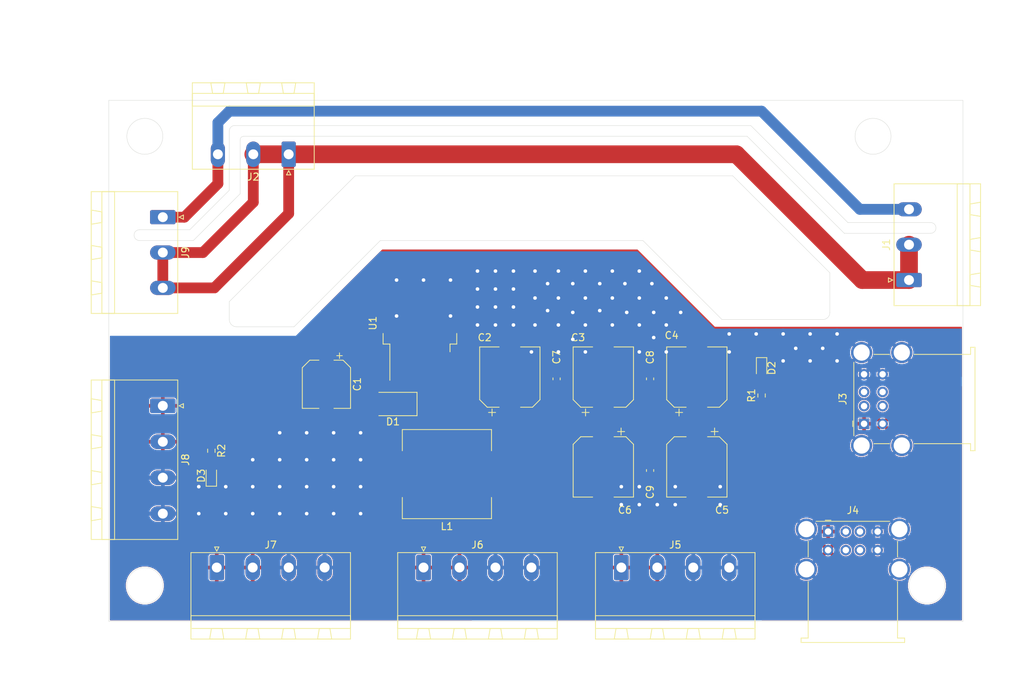
<source format=kicad_pcb>
(kicad_pcb (version 20171130) (host pcbnew 5.1.8-db9833491~88~ubuntu20.04.1)
  (layers (0 F.Cu signal) (31 B.Cu signal) (34 B.Paste user) (35 F.Paste user) (36 B.SilkS user) (37 F.SilkS user) (38 B.Mask user) (39 F.Mask user) (44 Edge.Cuts user))
  (net 0 "")
  (net 1 /5V)
  (net 2 "Net-(D1-Pad1)")
  (net 3 "Net-(D2-Pad2)")
  (net 4 /GND)
  (net 5 /LINE)
  (net 6 /GNDPWR)
  (net 7 "Net-(J3-Pad2)")
  (net 8 "Net-(J3-Pad3)")
  (net 9 "Net-(J3-Pad6)")
  (net 10 "Net-(J3-Pad7)")
  (net 11 "Net-(J4-Pad2)")
  (net 12 "Net-(J4-Pad3)")
  (net 13 "Net-(J4-Pad6)")
  (net 14 "Net-(J4-Pad7)")
  (net 15 /12V)
  (net 16 "Net-(D3-Pad2)")
  (module Connector_Phoenix_MSTB:PhoenixContact_MSTBA_2,5_3-G_1x03_P5.00mm_Horizontal (layer F.Cu) (at 54.61 69.85 270)
    (fp_text reference J9 (at 5 -3.2 90) (layer F.SilkS))
    (fp_text value 120VAC_OUT)
    (pad 3 thru_hole oval (at 10 0 270) (size 2 3.6) (drill 1.4) (layers *.Cu *.Mask) (net 4 /GND))
    (pad 2 thru_hole oval (at 5 0 270) (size 2 3.6) (drill 1.4) (layers *.Cu *.Mask) (net 4 /GND))
    (pad 1 thru_hole roundrect (at 0 0 270) (size 2 3.6) (drill 1.4) (layers *.Cu *.Mask) (roundrect_rratio 0.125) (net 5 /LINE))
  )
  (module Resistor_SMD:R_0603_1608Metric (layer F.Cu) (at 61.468 102.87 270)
    (fp_text reference R2 (at 0 -1.43 90) (layer F.SilkS))
    (fp_text value 4K7)
    (pad 2 smd roundrect (at 0.825 0 270) (size 0.8 0.95) (layers F.Cu F.Paste F.Mask) (net 16 "Net-(D3-Pad2)"))
    (pad 1 smd roundrect (at -0.825 0 270) (size 0.8 0.95) (layers F.Cu F.Paste F.Mask) (net 15 /12V))
  )
  (module LED_SMD:LED_0603_1608Metric (layer F.Cu) (at 61.468 106.4005 90)
    (fp_text reference D3 (at 0 -1.43 90) (layer F.SilkS))
    (fp_text value GRN)
    (pad 2 smd roundrect (at 0.7875 0 90) (size 0.875 0.95) (layers F.Cu F.Paste F.Mask) (net 16 "Net-(D3-Pad2)"))
    (pad 1 smd roundrect (at -0.7875 0 90) (size 0.875 0.95) (layers F.Cu F.Paste F.Mask) (net 6 /GNDPWR))
  )
  (module Package_TO_SOT_SMD:TO-263-5_TabPin3 (layer F.Cu) (at 90.932 84.836 90)
    (fp_text reference U1 (at 0 -6.65 90) (layer F.SilkS))
    (fp_text value LM2576S-5)
    (pad 3 smd rect (at 3.375 0 90) (size 9.4 10.8) (layers F.Cu F.Mask) (net 6 /GNDPWR))
    (pad 5 smd rect (at -5.775 3.4 90) (size 4.6 1.1) (layers F.Cu F.Paste F.Mask) (net 6 /GNDPWR))
    (pad 4 smd rect (at -5.775 1.7 90) (size 4.6 1.1) (layers F.Cu F.Paste F.Mask) (net 1 /5V))
    (pad 3 smd rect (at -5.775 0 90) (size 4.6 1.1) (layers F.Cu F.Paste F.Mask) (net 6 /GNDPWR))
    (pad 2 smd rect (at -5.775 -1.7 90) (size 4.6 1.1) (layers F.Cu F.Paste F.Mask) (net 2 "Net-(D1-Pad1)"))
    (pad 1 smd rect (at -5.775 -3.4 90) (size 4.6 1.1) (layers F.Cu F.Paste F.Mask) (net 15 /12V))
  )
  (module Resistor_SMD:R_0603_1608Metric (layer F.Cu) (at 139.192 95.059 90)
    (fp_text reference R1 (at 0 -1.43 90) (layer F.SilkS))
    (fp_text value 1K)
    (pad 2 smd roundrect (at 0.825 0 90) (size 0.8 0.95) (layers F.Cu F.Paste F.Mask) (net 3 "Net-(D2-Pad2)"))
    (pad 1 smd roundrect (at -0.825 0 90) (size 0.8 0.95) (layers F.Cu F.Paste F.Mask) (net 1 /5V))
  )
  (module Inductor_SMD:L_12x12mm_H8mm (layer F.Cu) (at 94.742 106.172 180)
    (fp_text reference L1 (at 0 -7.4) (layer F.SilkS))
    (fp_text value 100U)
    (pad 2 smd rect (at 4.95 0 180) (size 2.9 5.4) (layers F.Cu F.Paste F.Mask) (net 2 "Net-(D1-Pad1)"))
    (pad 1 smd rect (at -4.95 0 180) (size 2.9 5.4) (layers F.Cu F.Paste F.Mask) (net 1 /5V))
  )
  (module Connector_Phoenix_MSTB:PhoenixContact_MSTBA_2,5_4-G-5,08_1x04_P5.08mm_Horizontal (layer F.Cu) (at 54.61 96.52 270)
    (fp_text reference J8 (at 7.62 -3.2 90) (layer F.SilkS))
    (fp_text value "12V DC PWR INTPUT")
    (pad 4 thru_hole oval (at 15.24 0 270) (size 2.08 3.6) (drill 1.4) (layers *.Cu *.Mask) (net 6 /GNDPWR))
    (pad 3 thru_hole oval (at 10.16 0 270) (size 2.08 3.6) (drill 1.4) (layers *.Cu *.Mask) (net 6 /GNDPWR))
    (pad 2 thru_hole oval (at 5.08 0 270) (size 2.08 3.6) (drill 1.4) (layers *.Cu *.Mask) (net 15 /12V))
    (pad 1 thru_hole roundrect (at 0 0 270) (size 2.08 3.6) (drill 1.4) (layers *.Cu *.Mask) (roundrect_rratio 0.1201918269230769) (net 15 /12V))
  )
  (module Connector_Phoenix_MSTB:PhoenixContact_MSTBA_2,5_4-G-5,08_1x04_P5.08mm_Horizontal (layer F.Cu) (at 62.23 119.38)
    (fp_text reference J7 (at 7.62 -3.2) (layer F.SilkS))
    (fp_text value 12VAUX_OUTPUT)
    (pad 4 thru_hole oval (at 15.24 0) (size 2.08 3.6) (drill 1.4) (layers *.Cu *.Mask) (net 6 /GNDPWR))
    (pad 3 thru_hole oval (at 10.16 0) (size 2.08 3.6) (drill 1.4) (layers *.Cu *.Mask) (net 6 /GNDPWR))
    (pad 2 thru_hole oval (at 5.08 0) (size 2.08 3.6) (drill 1.4) (layers *.Cu *.Mask) (net 15 /12V))
    (pad 1 thru_hole roundrect (at 0 0) (size 2.08 3.6) (drill 1.4) (layers *.Cu *.Mask) (roundrect_rratio 0.1201918269230769) (net 15 /12V))
  )
  (module Connector_Phoenix_MSTB:PhoenixContact_MSTBA_2,5_4-G-5,08_1x04_P5.08mm_Horizontal (layer F.Cu) (at 91.44 119.38)
    (fp_text reference J6 (at 7.62 -3.2) (layer F.SilkS))
    (fp_text value 12VOUTPUT)
    (pad 4 thru_hole oval (at 15.24 0) (size 2.08 3.6) (drill 1.4) (layers *.Cu *.Mask) (net 6 /GNDPWR))
    (pad 3 thru_hole oval (at 10.16 0) (size 2.08 3.6) (drill 1.4) (layers *.Cu *.Mask) (net 6 /GNDPWR))
    (pad 2 thru_hole oval (at 5.08 0) (size 2.08 3.6) (drill 1.4) (layers *.Cu *.Mask) (net 15 /12V))
    (pad 1 thru_hole roundrect (at 0 0) (size 2.08 3.6) (drill 1.4) (layers *.Cu *.Mask) (roundrect_rratio 0.1201918269230769) (net 15 /12V))
  )
  (module Connector_Phoenix_MSTB:PhoenixContact_MSTBA_2,5_4-G-5,08_1x04_P5.08mm_Horizontal (layer F.Cu) (at 119.38 119.38)
    (fp_text reference J5 (at 7.62 -3.2) (layer F.SilkS))
    (fp_text value 5VAUX_OUT)
    (pad 4 thru_hole oval (at 15.24 0) (size 2.08 3.6) (drill 1.4) (layers *.Cu *.Mask) (net 6 /GNDPWR))
    (pad 3 thru_hole oval (at 10.16 0) (size 2.08 3.6) (drill 1.4) (layers *.Cu *.Mask) (net 6 /GNDPWR))
    (pad 2 thru_hole oval (at 5.08 0) (size 2.08 3.6) (drill 1.4) (layers *.Cu *.Mask) (net 1 /5V))
    (pad 1 thru_hole roundrect (at 0 0) (size 2.08 3.6) (drill 1.4) (layers *.Cu *.Mask) (roundrect_rratio 0.1201918269230769) (net 1 /5V))
  )
  (module Connector_USB:USB_A_Wuerth_61400826021_Horizontal_Stacked (layer F.Cu) (at 148.59 114.3)
    (fp_text reference J4 (at 3.5 -3) (layer F.SilkS))
    (fp_text value USB_A)
    (pad 9 thru_hole circle (at 10.07 -0.35) (size 3 3) (drill 2.3) (layers *.Cu *.Mask) (net 6 /GNDPWR))
    (pad 9 thru_hole circle (at -3.07 -0.35) (size 3 3) (drill 2.3) (layers *.Cu *.Mask) (net 6 /GNDPWR))
    (pad 1 thru_hole rect (at 0 0) (size 1.5 1.5) (drill 0.92) (layers *.Cu *.Mask) (net 1 /5V))
    (pad 2 thru_hole circle (at 2.5 0) (size 1.5 1.5) (drill 0.92) (layers *.Cu *.Mask) (net 11 "Net-(J4-Pad2)"))
    (pad 3 thru_hole circle (at 4.5 0) (size 1.5 1.5) (drill 0.92) (layers *.Cu *.Mask) (net 12 "Net-(J4-Pad3)"))
    (pad 4 thru_hole circle (at 7 0) (size 1.5 1.5) (drill 0.92) (layers *.Cu *.Mask) (net 6 /GNDPWR))
    (pad 9 thru_hole circle (at -3.07 5.33) (size 3 3) (drill 2.3) (layers *.Cu *.Mask) (net 6 /GNDPWR))
    (pad 9 thru_hole circle (at 10.07 5.33) (size 3 3) (drill 2.3) (layers *.Cu *.Mask) (net 6 /GNDPWR))
    (pad 5 thru_hole circle (at 0 2.62) (size 1.5 1.5) (drill 0.92) (layers *.Cu *.Mask) (net 1 /5V))
    (pad 6 thru_hole circle (at 2.5 2.62) (size 1.5 1.5) (drill 0.92) (layers *.Cu *.Mask) (net 13 "Net-(J4-Pad6)"))
    (pad 7 thru_hole circle (at 4.5 2.62) (size 1.5 1.5) (drill 0.92) (layers *.Cu *.Mask) (net 14 "Net-(J4-Pad7)"))
    (pad 8 thru_hole circle (at 7 2.62) (size 1.5 1.5) (drill 0.92) (layers *.Cu *.Mask) (net 6 /GNDPWR))
  )
  (module Connector_USB:USB_A_Wuerth_61400826021_Horizontal_Stacked (layer F.Cu) (at 153.67 99.06 90)
    (fp_text reference J3 (at 3.5 -3 90) (layer F.SilkS))
    (fp_text value USB_A)
    (pad 9 thru_hole circle (at 10.07 -0.35 90) (size 3 3) (drill 2.3) (layers *.Cu *.Mask) (net 6 /GNDPWR))
    (pad 9 thru_hole circle (at -3.07 -0.35 90) (size 3 3) (drill 2.3) (layers *.Cu *.Mask) (net 6 /GNDPWR))
    (pad 1 thru_hole rect (at 0 0 90) (size 1.5 1.5) (drill 0.92) (layers *.Cu *.Mask) (net 1 /5V))
    (pad 2 thru_hole circle (at 2.5 0 90) (size 1.5 1.5) (drill 0.92) (layers *.Cu *.Mask) (net 7 "Net-(J3-Pad2)"))
    (pad 3 thru_hole circle (at 4.5 0 90) (size 1.5 1.5) (drill 0.92) (layers *.Cu *.Mask) (net 8 "Net-(J3-Pad3)"))
    (pad 4 thru_hole circle (at 7 0 90) (size 1.5 1.5) (drill 0.92) (layers *.Cu *.Mask) (net 6 /GNDPWR))
    (pad 9 thru_hole circle (at -3.07 5.33 90) (size 3 3) (drill 2.3) (layers *.Cu *.Mask) (net 6 /GNDPWR))
    (pad 9 thru_hole circle (at 10.07 5.33 90) (size 3 3) (drill 2.3) (layers *.Cu *.Mask) (net 6 /GNDPWR))
    (pad 5 thru_hole circle (at 0 2.62 90) (size 1.5 1.5) (drill 0.92) (layers *.Cu *.Mask) (net 1 /5V))
    (pad 6 thru_hole circle (at 2.5 2.62 90) (size 1.5 1.5) (drill 0.92) (layers *.Cu *.Mask) (net 9 "Net-(J3-Pad6)"))
    (pad 7 thru_hole circle (at 4.5 2.62 90) (size 1.5 1.5) (drill 0.92) (layers *.Cu *.Mask) (net 10 "Net-(J3-Pad7)"))
    (pad 8 thru_hole circle (at 7 2.62 90) (size 1.5 1.5) (drill 0.92) (layers *.Cu *.Mask) (net 6 /GNDPWR))
  )
  (module Connector_Phoenix_MSTB:PhoenixContact_MSTBA_2,5_3-G_1x03_P5.00mm_Horizontal (layer F.Cu) (at 72.39 60.96 180)
    (fp_text reference J2 (at 5 -3.2) (layer F.SilkS))
    (fp_text value "120VAC INPUT")
    (pad 3 thru_hole oval (at 10 0 180) (size 2 3.6) (drill 1.4) (layers *.Cu *.Mask) (net 5 /LINE))
    (pad 2 thru_hole oval (at 5 0 180) (size 2 3.6) (drill 1.4) (layers *.Cu *.Mask) (net 4 /GND))
    (pad 1 thru_hole roundrect (at 0 0 180) (size 2 3.6) (drill 1.4) (layers *.Cu *.Mask) (roundrect_rratio 0.125) (net 4 /GND))
  )
  (module Connector_Phoenix_MSTB:PhoenixContact_MSTBA_2,5_3-G_1x03_P5.00mm_Horizontal (layer F.Cu) (at 160.02 78.74 90)
    (fp_text reference J1 (at 5 -3.2 90) (layer F.SilkS))
    (fp_text value "120VAC INPUT")
    (pad 3 thru_hole oval (at 10 0 90) (size 2 3.6) (drill 1.4) (layers *.Cu *.Mask) (net 5 /LINE))
    (pad 2 thru_hole oval (at 5 0 90) (size 2 3.6) (drill 1.4) (layers *.Cu *.Mask) (net 4 /GND))
    (pad 1 thru_hole roundrect (at 0 0 90) (size 2 3.6) (drill 1.4) (layers *.Cu *.Mask) (roundrect_rratio 0.125) (net 4 /GND))
  )
  (module LED_SMD:LED_0603_1608Metric (layer F.Cu) (at 139.192 91.186 270)
    (fp_text reference D2 (at 0 -1.43 90) (layer F.SilkS))
    (fp_text value BLU)
    (pad 2 smd roundrect (at 0.7875 0 270) (size 0.875 0.95) (layers F.Cu F.Paste F.Mask) (net 3 "Net-(D2-Pad2)"))
    (pad 1 smd roundrect (at -0.7875 0 270) (size 0.875 0.95) (layers F.Cu F.Paste F.Mask) (net 6 /GNDPWR))
  )
  (module Diode_SMD:D_SMA (layer F.Cu) (at 87.122 96.266 180)
    (fp_text reference D1 (at 0 -2.5) (layer F.SilkS))
    (fp_text value 1N5822)
    (pad 2 smd rect (at 2 0 180) (size 2.5 1.8) (layers F.Cu F.Paste F.Mask) (net 6 /GNDPWR))
    (pad 1 smd rect (at -2 0 180) (size 2.5 1.8) (layers F.Cu F.Paste F.Mask) (net 2 "Net-(D1-Pad1)"))
  )
  (module Capacitor_SMD:C_0603_1608Metric (layer F.Cu) (at 123.444 105.664 270)
    (fp_text reference C9 (at 3.048 0 90) (layer F.SilkS))
    (fp_text value C)
    (pad 2 smd roundrect (at 0.775 0 270) (size 0.9 0.95) (layers F.Cu F.Paste F.Mask) (net 6 /GNDPWR))
    (pad 1 smd roundrect (at -0.775 0 270) (size 0.9 0.95) (layers F.Cu F.Paste F.Mask) (net 1 /5V))
  )
  (module Capacitor_SMD:C_0603_1608Metric (layer F.Cu) (at 123.444 92.71 90)
    (fp_text reference C8 (at 3.048 0 90) (layer F.SilkS))
    (fp_text value C)
    (pad 2 smd roundrect (at 0.775 0 90) (size 0.9 0.95) (layers F.Cu F.Paste F.Mask) (net 6 /GNDPWR))
    (pad 1 smd roundrect (at -0.775 0 90) (size 0.9 0.95) (layers F.Cu F.Paste F.Mask) (net 1 /5V))
  )
  (module Capacitor_SMD:C_0603_1608Metric (layer F.Cu) (at 110.236 92.71 90)
    (fp_text reference C7 (at 3.048 0 90) (layer F.SilkS))
    (fp_text value C)
    (pad 2 smd roundrect (at 0.775 0 90) (size 0.9 0.95) (layers F.Cu F.Paste F.Mask) (net 6 /GNDPWR))
    (pad 1 smd roundrect (at -0.775 0 90) (size 0.9 0.95) (layers F.Cu F.Paste F.Mask) (net 1 /5V))
  )
  (module Capacitor_SMD:CP_Elec_8x10 (layer F.Cu) (at 116.84 105.156 270)
    (fp_text reference C6 (at 6.096 -3.048 180) (layer F.SilkS))
    (fp_text value 220u)
    (pad 2 smd roundrect (at 3.25 0 270) (size 3.5 2.5) (layers F.Cu F.Paste F.Mask) (roundrect_rratio 0.1) (net 6 /GNDPWR))
    (pad 1 smd roundrect (at -3.25 0 270) (size 3.5 2.5) (layers F.Cu F.Paste F.Mask) (roundrect_rratio 0.1) (net 1 /5V))
  )
  (module Capacitor_SMD:CP_Elec_8x10 (layer F.Cu) (at 130.048 105.156 270)
    (fp_text reference C5 (at 6.096 -3.556 180) (layer F.SilkS))
    (fp_text value 220u)
    (pad 2 smd roundrect (at 3.25 0 270) (size 3.5 2.5) (layers F.Cu F.Paste F.Mask) (roundrect_rratio 0.1) (net 6 /GNDPWR))
    (pad 1 smd roundrect (at -3.25 0 270) (size 3.5 2.5) (layers F.Cu F.Paste F.Mask) (roundrect_rratio 0.1) (net 1 /5V))
  )
  (module Capacitor_SMD:CP_Elec_8x10 (layer F.Cu) (at 130.048 92.456 90)
    (fp_text reference C4 (at 5.894 -3.556 180) (layer F.SilkS))
    (fp_text value 220u)
    (pad 2 smd roundrect (at 3.25 0 90) (size 3.5 2.5) (layers F.Cu F.Paste F.Mask) (roundrect_rratio 0.1) (net 6 /GNDPWR))
    (pad 1 smd roundrect (at -3.25 0 90) (size 3.5 2.5) (layers F.Cu F.Paste F.Mask) (roundrect_rratio 0.1) (net 1 /5V))
  )
  (module Capacitor_SMD:CP_Elec_8x10 (layer F.Cu) (at 116.84 92.456 90)
    (fp_text reference C3 (at 5.588 -3.556 180) (layer F.SilkS))
    (fp_text value 220u)
    (pad 2 smd roundrect (at 3.25 0 90) (size 3.5 2.5) (layers F.Cu F.Paste F.Mask) (roundrect_rratio 0.1) (net 6 /GNDPWR))
    (pad 1 smd roundrect (at -3.25 0 90) (size 3.5 2.5) (layers F.Cu F.Paste F.Mask) (roundrect_rratio 0.1) (net 1 /5V))
  )
  (module Capacitor_SMD:CP_Elec_8x10 (layer F.Cu) (at 103.632 92.456 90)
    (fp_text reference C2 (at 5.588 -3.556 180) (layer F.SilkS))
    (fp_text value 220u)
    (pad 2 smd roundrect (at 3.25 0 90) (size 3.5 2.5) (layers F.Cu F.Paste F.Mask) (roundrect_rratio 0.1) (net 6 /GNDPWR))
    (pad 1 smd roundrect (at -3.25 0 90) (size 3.5 2.5) (layers F.Cu F.Paste F.Mask) (roundrect_rratio 0.1) (net 1 /5V))
  )
  (module Capacitor_SMD:CP_Elec_6.3x5.3 (layer F.Cu) (at 77.724 93.472 270)
    (fp_text reference C1 (at 0 -4.35 90) (layer F.SilkS))
    (fp_text value 100U)
    (pad 2 smd roundrect (at 2.8 0 270) (size 3.5 1.6) (layers F.Cu F.Paste F.Mask) (roundrect_rratio 0.15625) (net 6 /GNDPWR))
    (pad 1 smd roundrect (at -2.8 0 270) (size 3.5 1.6) (layers F.Cu F.Paste F.Mask) (roundrect_rratio 0.15625) (net 15 /12V))
  )
  (gr_arc (start 66.04 58.928) (end 66.04 58.42) (angle -90) (layer Edge.Cuts) (width 0.05))
  (gr_arc (start 64.77 57.658) (end 64.77 56.896) (angle -90) (layer Edge.Cuts) (width 0.05))
  (gr_line (start 151.384 70.612) (end 163.068 70.612) (layer Edge.Cuts) (width 0.05))
  (gr_line (start 137.668 56.896) (end 151.384 70.612) (layer Edge.Cuts) (width 0.05))
  (gr_line (start 64.77 56.896) (end 137.668 56.896) (layer Edge.Cuts) (width 0.05))
  (gr_line (start 150.876 72.136) (end 163.068 72.136) (layer Edge.Cuts) (width 0.05))
  (gr_line (start 137.16 58.42) (end 150.876 72.136) (layer Edge.Cuts) (width 0.05))
  (gr_line (start 66.04 58.42) (end 137.16 58.42) (layer Edge.Cuts) (width 0.05))
  (gr_arc (start 147.828 83.312) (end 147.828 84.328) (angle -90) (layer Edge.Cuts) (width 0.05))
  (gr_arc (start 65.024 84.328) (end 64.008 84.328) (angle -90) (layer Edge.Cuts) (width 0.05))
  (gr_line (start 64.008 81.788) (end 64.008 84.328) (layer Edge.Cuts) (width 0.05))
  (gr_line (start 81.788 64.008) (end 64.008 81.788) (layer Edge.Cuts) (width 0.05))
  (gr_line (start 135.128 64.008) (end 81.788 64.008) (layer Edge.Cuts) (width 0.05))
  (gr_line (start 148.844 77.724) (end 135.128 64.008) (layer Edge.Cuts) (width 0.05))
  (gr_line (start 148.844 83.312) (end 148.844 77.724) (layer Edge.Cuts) (width 0.05))
  (gr_line (start 133.604 84.328) (end 147.828 84.328) (layer Edge.Cuts) (width 0.05))
  (gr_line (start 122.428 73.152) (end 133.604 84.328) (layer Edge.Cuts) (width 0.05))
  (gr_line (start 85.344 73.152) (end 122.428 73.152) (layer Edge.Cuts) (width 0.05))
  (gr_line (start 73.152 85.344) (end 85.344 73.152) (layer Edge.Cuts) (width 0.05))
  (gr_line (start 65.024 85.344) (end 73.152 85.344) (layer Edge.Cuts) (width 0.05))
  (gr_arc (start 163.068 71.374) (end 163.068 72.136) (angle -180) (layer Edge.Cuts) (width 0.05))
  (gr_line (start 65.532 66.548) (end 65.532 58.928) (layer Edge.Cuts) (width 0.05))
  (gr_line (start 58.928 73.152) (end 65.532 66.548) (layer Edge.Cuts) (width 0.05))
  (gr_line (start 51.308 73.152) (end 58.928 73.152) (layer Edge.Cuts) (width 0.05))
  (gr_line (start 64.008 66.04) (end 64.008 57.658) (layer Edge.Cuts) (width 0.05))
  (gr_line (start 58.42 71.628) (end 64.008 66.04) (layer Edge.Cuts) (width 0.05))
  (gr_line (start 51.308 71.628) (end 58.42 71.628) (layer Edge.Cuts) (width 0.05))
  (gr_arc (start 51.308 72.39) (end 51.308 71.628) (angle -180) (layer Edge.Cuts) (width 0.05))
  (gr_circle (center 162.56 121.92) (end 165.1 121.92) (layer Edge.Cuts) (width 0.05))
  (gr_circle (center 52.07 121.92) (end 54.61 121.92) (layer Edge.Cuts) (width 0.05))
  (gr_circle (center 52.07 58.42) (end 54.61 58.42) (layer Edge.Cuts) (width 0.05))
  (gr_circle (center 154.94 58.42) (end 152.4 58.42) (layer Edge.Cuts) (width 0.05))
  (gr_line (start 167.64 53.34) (end 46.99 53.34) (layer Edge.Cuts) (width 0.05))
  (gr_line (start 167.64 127) (end 167.64 53.34) (layer Edge.Cuts) (width 0.05))
  (gr_line (start 46.99 127) (end 167.64 127) (layer Edge.Cuts) (width 0.05))
  (gr_line (start 46.99 53.34) (end 46.99 127) (layer Edge.Cuts) (width 0.05))
  (segment (start 92.632 90.611) (end 92.632 95.68) (width 1.016) (layer F.Cu) (net 1))
  (segment (start 89.232 96.156) (end 89.122 96.266) (width 1.016) (layer F.Cu) (net 2))
  (segment (start 89.232 90.611) (end 89.232 96.156) (width 1.016) (layer F.Cu) (net 2))
  (segment (start 139.192 91.9735) (end 139.192 94.234) (width 0.508) (layer F.Cu) (net 3))
  (segment (start 54.61 74.85) (end 60.278 74.85) (width 1.524) (layer F.Cu) (net 4))
  (segment (start 67.39 67.738) (end 67.39 60.96) (width 1.524) (layer F.Cu) (net 4))
  (segment (start 60.278 74.85) (end 67.39 67.738) (width 1.524) (layer F.Cu) (net 4))
  (segment (start 54.61 79.85) (end 61.882 79.85) (width 1.524) (layer F.Cu) (net 4))
  (segment (start 72.39 69.342) (end 72.39 60.96) (width 1.524) (layer F.Cu) (net 4))
  (segment (start 61.882 79.85) (end 72.39 69.342) (width 1.524) (layer F.Cu) (net 4))
  (segment (start 67.39 60.96) (end 72.39 60.96) (width 2.5) (layer F.Cu) (net 4))
  (segment (start 54.61 79.85) (end 54.61 74.85) (width 1.524) (layer F.Cu) (net 4))
  (segment (start 160.02 78.74) (end 160.02 73.74) (width 2.5) (layer F.Cu) (net 4))
  (segment (start 153.416 78.74) (end 160.02 78.74) (width 2.5) (layer F.Cu) (net 4))
  (segment (start 135.636 60.96) (end 153.416 78.74) (width 2.5) (layer F.Cu) (net 4))
  (segment (start 72.39 60.96) (end 135.636 60.96) (width 2.5) (layer F.Cu) (net 4))
  (segment (start 54.61 69.85) (end 57.658 69.85) (width 1.524) (layer F.Cu) (net 5))
  (segment (start 62.39 65.118) (end 62.39 60.96) (width 1.524) (layer F.Cu) (net 5))
  (segment (start 57.658 69.85) (end 62.39 65.118) (width 1.524) (layer F.Cu) (net 5))
  (segment (start 139.192 54.864) (end 153.068 68.74) (width 1.524) (layer B.Cu) (net 5))
  (segment (start 153.068 68.74) (end 160.02 68.74) (width 1.524) (layer B.Cu) (net 5))
  (segment (start 64.008 54.864) (end 139.192 54.864) (width 1.524) (layer B.Cu) (net 5))
  (segment (start 62.39 56.482) (end 64.008 54.864) (width 1.524) (layer B.Cu) (net 5))
  (segment (start 62.39 60.96) (end 62.39 56.482) (width 1.524) (layer B.Cu) (net 5))
  (via (at 87.63 83.82) (size 1.524) (drill 0.508) (layers F.Cu B.Cu) (net 6))
  (via (at 95.25 83.82) (size 1.524) (drill 0.508) (layers F.Cu B.Cu) (net 6))
  (via (at 95.25 78.74) (size 1.524) (drill 0.508) (layers F.Cu B.Cu) (net 6))
  (via (at 91.44 78.74) (size 1.524) (drill 0.508) (layers F.Cu B.Cu) (net 6))
  (via (at 87.63 78.74) (size 1.524) (drill 0.508) (layers F.Cu B.Cu) (net 6))
  (segment (start 94.332 84.861) (end 90.932 81.461) (width 1.016) (layer F.Cu) (net 6))
  (segment (start 94.332 90.611) (end 94.332 84.861) (width 1.016) (layer F.Cu) (net 6))
  (segment (start 90.932 90.611) (end 90.932 81.461) (width 1.016) (layer F.Cu) (net 6))
  (via (at 99.06 77.47) (size 1.524) (drill 0.508) (layers F.Cu B.Cu) (net 6))
  (via (at 99.06 80.01) (size 1.524) (drill 0.508) (layers F.Cu B.Cu) (net 6))
  (via (at 99.06 82.55) (size 1.524) (drill 0.508) (layers F.Cu B.Cu) (net 6))
  (via (at 99.06 85.09) (size 1.524) (drill 0.508) (layers F.Cu B.Cu) (net 6))
  (via (at 101.6 85.09) (size 1.524) (drill 0.508) (layers F.Cu B.Cu) (net 6))
  (via (at 101.6 82.55) (size 1.524) (drill 0.508) (layers F.Cu B.Cu) (net 6))
  (via (at 101.6 80.01) (size 1.524) (drill 0.508) (layers F.Cu B.Cu) (net 6))
  (via (at 101.6 77.47) (size 1.524) (drill 0.508) (layers F.Cu B.Cu) (net 6))
  (via (at 104.14 77.47) (size 1.524) (drill 0.508) (layers F.Cu B.Cu) (net 6))
  (via (at 104.14 80.01) (size 1.524) (drill 0.508) (layers F.Cu B.Cu) (net 6))
  (via (at 104.14 82.55) (size 1.524) (drill 0.508) (layers F.Cu B.Cu) (net 6))
  (via (at 104.14 85.09) (size 1.524) (drill 0.508) (layers F.Cu B.Cu) (net 6))
  (via (at 110.49 77.47) (size 1.524) (drill 0.508) (layers F.Cu B.Cu) (net 6))
  (via (at 114.3 77.47) (size 1.524) (drill 0.508) (layers F.Cu B.Cu) (net 6))
  (via (at 118.11 77.47) (size 1.524) (drill 0.508) (layers F.Cu B.Cu) (net 6))
  (via (at 118.11 81.28) (size 1.524) (drill 0.508) (layers F.Cu B.Cu) (net 6))
  (via (at 114.3 81.28) (size 1.524) (drill 0.508) (layers F.Cu B.Cu) (net 6))
  (via (at 110.49 81.28) (size 1.524) (drill 0.508) (layers F.Cu B.Cu) (net 6))
  (via (at 110.49 85.09) (size 1.524) (drill 0.508) (layers F.Cu B.Cu) (net 6))
  (via (at 114.3 85.09) (size 1.524) (drill 0.508) (layers F.Cu B.Cu) (net 6))
  (via (at 118.11 85.09) (size 1.524) (drill 0.508) (layers F.Cu B.Cu) (net 6))
  (via (at 110.49 88.9) (size 1.524) (drill 0.508) (layers F.Cu B.Cu) (net 6))
  (via (at 114.3 88.9) (size 1.524) (drill 0.508) (layers F.Cu B.Cu) (net 6))
  (via (at 106.68 88.9) (size 1.524) (drill 0.508) (layers F.Cu B.Cu) (net 6))
  (via (at 121.92 85.09) (size 1.524) (drill 0.508) (layers F.Cu B.Cu) (net 6))
  (via (at 121.92 81.28) (size 1.524) (drill 0.508) (layers F.Cu B.Cu) (net 6))
  (via (at 125.73 81.28) (size 1.524) (drill 0.508) (layers F.Cu B.Cu) (net 6))
  (via (at 125.73 85.09) (size 1.524) (drill 0.508) (layers F.Cu B.Cu) (net 6))
  (via (at 125.73 88.9) (size 1.524) (drill 0.508) (layers F.Cu B.Cu) (net 6))
  (via (at 121.92 88.9) (size 1.524) (drill 0.508) (layers F.Cu B.Cu) (net 6))
  (via (at 134.62 88.9) (size 1.524) (drill 0.508) (layers F.Cu B.Cu) (net 6))
  (via (at 134.62 86.36) (size 1.524) (drill 0.508) (layers F.Cu B.Cu) (net 6))
  (via (at 138.43 86.36) (size 1.524) (drill 0.508) (layers F.Cu B.Cu) (net 6))
  (via (at 142.24 86.36) (size 1.524) (drill 0.508) (layers F.Cu B.Cu) (net 6))
  (via (at 146.05 86.36) (size 1.524) (drill 0.508) (layers F.Cu B.Cu) (net 6))
  (via (at 149.86 86.36) (size 1.524) (drill 0.508) (layers F.Cu B.Cu) (net 6))
  (via (at 149.86 90.17) (size 1.524) (drill 0.508) (layers F.Cu B.Cu) (net 6))
  (via (at 146.05 90.17) (size 1.524) (drill 0.508) (layers F.Cu B.Cu) (net 6))
  (via (at 142.24 90.17) (size 1.524) (drill 0.508) (layers F.Cu B.Cu) (net 6))
  (via (at 127 107.95) (size 1.524) (drill 0.508) (layers F.Cu B.Cu) (net 6))
  (via (at 127 110.49) (size 1.524) (drill 0.508) (layers F.Cu B.Cu) (net 6))
  (via (at 124.46 110.49) (size 1.524) (drill 0.508) (layers F.Cu B.Cu) (net 6))
  (via (at 121.92 110.49) (size 1.524) (drill 0.508) (layers F.Cu B.Cu) (net 6))
  (via (at 119.38 110.49) (size 1.524) (drill 0.508) (layers F.Cu B.Cu) (net 6))
  (via (at 119.38 107.95) (size 1.524) (drill 0.508) (layers F.Cu B.Cu) (net 6))
  (via (at 121.92 107.95) (size 1.524) (drill 0.508) (layers F.Cu B.Cu) (net 6))
  (via (at 133.35 110.49) (size 1.524) (drill 0.508) (layers F.Cu B.Cu) (net 6))
  (via (at 133.35 107.95) (size 1.524) (drill 0.508) (layers F.Cu B.Cu) (net 6))
  (via (at 59.69 111.76) (size 1.524) (drill 0.508) (layers F.Cu B.Cu) (net 6))
  (via (at 63.5 111.76) (size 1.524) (drill 0.508) (layers F.Cu B.Cu) (net 6))
  (via (at 67.31 111.76) (size 1.524) (drill 0.508) (layers F.Cu B.Cu) (net 6))
  (via (at 71.12 111.76) (size 1.524) (drill 0.508) (layers F.Cu B.Cu) (net 6))
  (via (at 74.93 111.76) (size 1.524) (drill 0.508) (layers F.Cu B.Cu) (net 6))
  (via (at 78.74 111.76) (size 1.524) (drill 0.508) (layers F.Cu B.Cu) (net 6))
  (via (at 82.55 111.76) (size 1.524) (drill 0.508) (layers F.Cu B.Cu) (net 6))
  (via (at 82.55 107.95) (size 1.524) (drill 0.508) (layers F.Cu B.Cu) (net 6))
  (via (at 78.74 107.95) (size 1.524) (drill 0.508) (layers F.Cu B.Cu) (net 6))
  (via (at 74.93 107.95) (size 1.524) (drill 0.508) (layers F.Cu B.Cu) (net 6))
  (via (at 71.12 107.95) (size 1.524) (drill 0.508) (layers F.Cu B.Cu) (net 6))
  (via (at 67.31 107.95) (size 1.524) (drill 0.508) (layers F.Cu B.Cu) (net 6))
  (via (at 63.5 107.95) (size 1.524) (drill 0.508) (layers F.Cu B.Cu) (net 6))
  (via (at 59.69 107.95) (size 1.524) (drill 0.508) (layers F.Cu B.Cu) (net 6))
  (via (at 67.31 104.14) (size 1.524) (drill 0.508) (layers F.Cu B.Cu) (net 6))
  (via (at 71.12 104.14) (size 1.524) (drill 0.508) (layers F.Cu B.Cu) (net 6))
  (via (at 74.93 104.14) (size 1.524) (drill 0.508) (layers F.Cu B.Cu) (net 6))
  (via (at 78.74 104.14) (size 1.524) (drill 0.508) (layers F.Cu B.Cu) (net 6))
  (via (at 82.55 104.14) (size 1.524) (drill 0.508) (layers F.Cu B.Cu) (net 6))
  (via (at 82.55 100.33) (size 1.524) (drill 0.508) (layers F.Cu B.Cu) (net 6))
  (via (at 78.74 100.33) (size 1.524) (drill 0.508) (layers F.Cu B.Cu) (net 6))
  (via (at 74.93 100.33) (size 1.524) (drill 0.508) (layers F.Cu B.Cu) (net 6))
  (via (at 71.12 100.33) (size 1.524) (drill 0.508) (layers F.Cu B.Cu) (net 6))
  (via (at 107.188 77.47) (size 1.524) (drill 0.508) (layers F.Cu B.Cu) (net 6))
  (via (at 107.188 81.28) (size 1.524) (drill 0.508) (layers F.Cu B.Cu) (net 6))
  (via (at 107.188 85.09) (size 1.524) (drill 0.508) (layers F.Cu B.Cu) (net 6))
  (via (at 112.522 79.248) (size 1.524) (drill 0.508) (layers F.Cu B.Cu) (net 6))
  (via (at 116.332 79.248) (size 1.524) (drill 0.508) (layers F.Cu B.Cu) (net 6))
  (via (at 116.332 83.058) (size 1.524) (drill 0.508) (layers F.Cu B.Cu) (net 6))
  (via (at 112.522 83.312) (size 1.524) (drill 0.508) (layers F.Cu B.Cu) (net 6))
  (via (at 112.522 87.122) (size 1.524) (drill 0.508) (layers F.Cu B.Cu) (net 6))
  (via (at 108.966 83.058) (size 1.524) (drill 0.508) (layers F.Cu B.Cu) (net 6))
  (via (at 108.966 79.248) (size 1.524) (drill 0.508) (layers F.Cu B.Cu) (net 6))
  (via (at 120.142 83.312) (size 1.524) (drill 0.508) (layers F.Cu B.Cu) (net 6))
  (via (at 123.952 83.312) (size 1.524) (drill 0.508) (layers F.Cu B.Cu) (net 6))
  (via (at 123.952 86.868) (size 1.524) (drill 0.508) (layers F.Cu B.Cu) (net 6))
  (via (at 119.888 79.248) (size 1.524) (drill 0.508) (layers F.Cu B.Cu) (net 6))
  (via (at 123.698 79.248) (size 1.524) (drill 0.508) (layers F.Cu B.Cu) (net 6))
  (via (at 121.92 77.47) (size 1.524) (drill 0.508) (layers F.Cu B.Cu) (net 6))
  (via (at 127.762 83.312) (size 1.524) (drill 0.508) (layers F.Cu B.Cu) (net 6))
  (via (at 147.828 88.392) (size 1.524) (drill 0.508) (layers F.Cu B.Cu) (net 6))
  (via (at 144.018 88.392) (size 1.524) (drill 0.508) (layers F.Cu B.Cu) (net 6))
  (segment (start 61.468 103.949) (end 61.468 105.613) (width 0.508) (layer F.Cu) (net 16))
  (zone (net 2) (net_name "Net-(D1-Pad1)") (layer F.Cu) (connect_pads yes (clearance 0.127)) (min_thickness 0.127) (fill yes (arc_segments 32) (thermal_gap 0.127) (thermal_bridge_width 0.508))
    (polygon (pts (xy 90.424 100.076) (xy 91.948 101.6) (xy 91.948 109.22) (xy 87.884 109.22) (xy 87.884 101.6) (xy 87.884 101.092) (xy 87.884 95.504) (xy 90.424 95.504)))
  )
  (zone (net 6) (net_name /GNDPWR) (layer B.Cu) (connect_pads (clearance 0.127)) (min_thickness 0.127) (fill yes (arc_segments 32) (thermal_gap 0.127) (thermal_bridge_width 0.508))
    (polygon (pts (xy 132.588 85.602964) (xy 169.926 85.602964) (xy 170.688 130.560964) (xy 43.434 129.798964) (xy 43.434 86.618964) (xy 73.406 86.618964) (xy 85.344 74.680964) (xy 121.666 74.680964)))
  )
  (zone (net 6) (net_name /GNDPWR) (layer F.Cu) (connect_pads (clearance 0.127)) (min_thickness 0.1524) (fill yes (arc_segments 32) (thermal_gap 0.1524) (thermal_bridge_width 0.508))
    (polygon (pts (xy 87.122 113.792) (xy 51.562 113.792) (xy 51.562 105.156) (xy 63.5 105.156) (xy 74.422 94.234) (xy 87.122 94.234)))
  )
  (zone (net 15) (net_name /12V) (layer F.Cu) (connect_pads (clearance 0.127)) (min_thickness 0.1524) (fill yes (arc_segments 32) (thermal_gap 0.1524) (thermal_bridge_width 0.508))
    (polygon (pts (xy 59.182 92.202) (xy 64.008 87.376) (xy 88.392 87.376) (xy 88.392 93.472) (xy 73.152 93.472) (xy 62.484 104.14) (xy 50.546 104.14) (xy 50.546 115.57) (xy 69.596 115.57) (xy 88.138 115.57) (xy 98.298 115.57) (xy 98.298 134.874) (xy 69.596 133.604) (xy 40.64 132.842) (xy 43.434 92.202)))
  )
  (zone (net 6) (net_name /GNDPWR) (layer F.Cu) (connect_pads (clearance 0.127)) (min_thickness 0.1524) (fill yes (arc_segments 32) (thermal_gap 0.1524) (thermal_bridge_width 0.508))
    (polygon (pts (xy 132.588 85.344) (xy 172.466 85.344) (xy 172.466 92.456) (xy 98.298 92.456) (xy 98.298 86.36) (xy 76.962 86.36) (xy 76.962 83.058) (xy 85.598 74.422) (xy 121.666 74.422)))
  )
  (zone (net 1) (net_name /5V) (layer F.Cu) (connect_pads (clearance 0.127)) (min_thickness 0.1524) (fill yes (arc_segments 32) (thermal_gap 0.1524) (thermal_bridge_width 0.508))
    (polygon (pts (xy 113.03 93.726) (xy 119.634 93.726) (xy 120.396 92.964) (xy 125.984 92.964) (xy 126.746 93.726) (xy 172.72 93.726) (xy 176.276 128.778) (xy 139.192 135.128) (xy 139.192 109.22) (xy 135.128 105.156) (xy 112.014 105.156) (xy 112.014 112.776) (xy 114.3 114.808) (xy 126.238 114.808) (xy 126.238 132.08) (xy 110.236 132.588) (xy 110.236 118.872) (xy 105.029 113.792) (xy 97.028 113.792) (xy 97.028 99.822) (xy 91.948 99.822) (xy 91.948 93.726) (xy 107.696 93.726) (xy 108.458 92.964) (xy 112.268 92.964)))
  )
  (zone (net 6) (net_name /GNDPWR) (layer F.Cu) (connect_pads (clearance 0.127)) (min_thickness 0.1524) (fill yes (arc_segments 32) (thermal_gap 0.1524) (thermal_bridge_width 0.508))
    (polygon (pts (xy 134.366 111.76) (xy 114.046 111.76) (xy 114.046 106.172) (xy 134.366 106.172)))
  )
)
</source>
